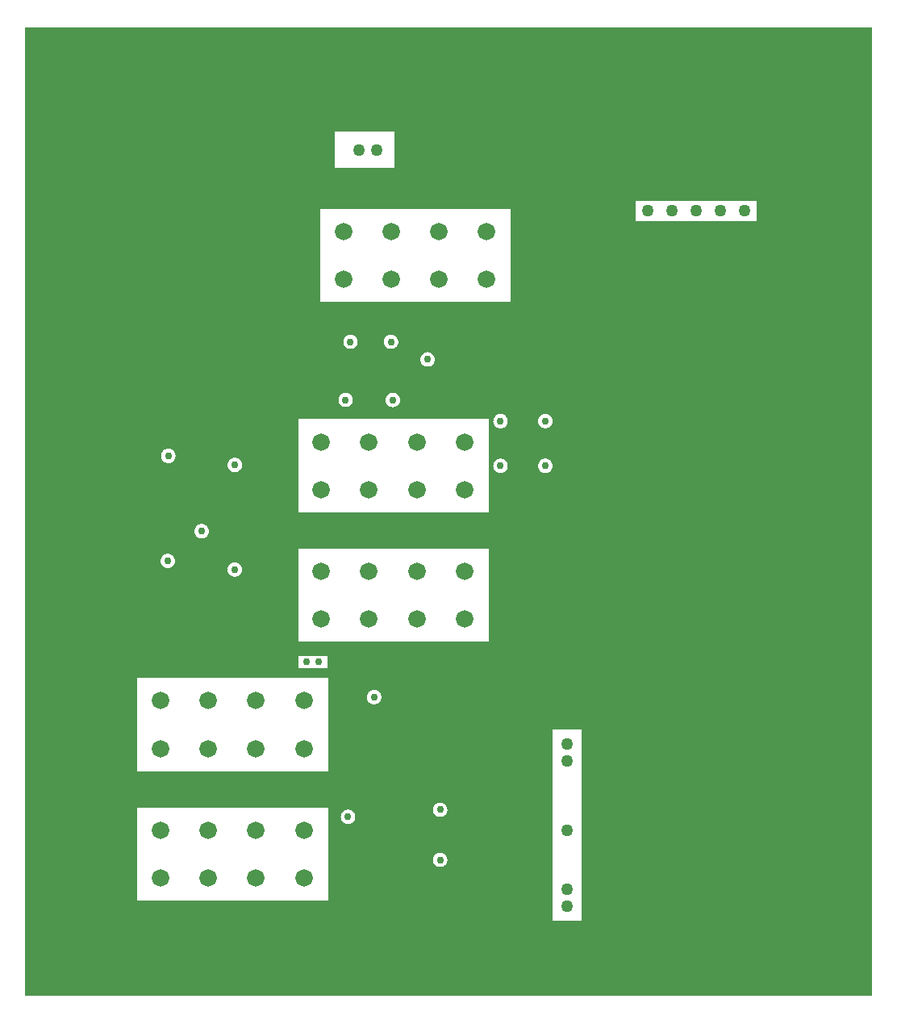
<source format=gbr>
G04 ===== Begin FILE IDENTIFICATION =====*
G04 File Format:  Gerber RS274X*
G04 ===== End FILE IDENTIFICATION =====*
%FSLAX26Y26*%
%MOIN*%
%SFA1.0000B1.0000*%
%OFA0.0B0.0*%
%ADD14C,0.030000*%
%ADD15C,0.050000*%
%ADD16C,0.072000*%
%LNpc4*%
%IPPOS*%
%LPD*%
G75*
D14*
X2140000Y3350000D03*
X867169Y1762000D03*
X1715470Y562500D03*
D15*
X2975000Y3245000D03*
D14*
X690218Y1724500D03*
X1137518Y2703014D03*
D15*
X2575000Y3245000D03*
D14*
X1442500Y1235000D03*
X1335000Y740000D03*
X1215000Y1380000D03*
D15*
X2240000Y970000D03*
D14*
X690218Y2156500D03*
X867169Y2194000D03*
D15*
X2240000Y1040000D03*
D14*
X1965000Y2190000D03*
X2150000D03*
X1965000Y2375000D03*
X2150000D03*
X1617451Y637500D03*
X1574500Y887451D03*
X1847500Y2627549D03*
X1325000Y2462500D03*
X1520000D03*
D16*
X1152000Y1022250D03*
X955000D03*
X758000D03*
X561000D03*
X1152000Y1219250D03*
X955000D03*
X758000D03*
X561000D03*
D14*
X50000Y1775000D03*
X2850000Y147375D03*
X225000Y1775000D03*
X2650000Y147375D03*
D16*
X1815662Y2092202D03*
X1618662D03*
X1421662D03*
X1224662D03*
X1815662Y2289202D03*
X1618662D03*
X1421662D03*
X1224662D03*
D14*
X2450000Y147375D03*
D16*
X1815662Y1558202D03*
X1618662D03*
X1421662D03*
X1224662D03*
X1815662Y1755202D03*
X1618662D03*
X1421662D03*
X1224662D03*
D14*
X2250000Y147375D03*
X450000D03*
D15*
X2875000Y3245000D03*
D14*
X650000Y147375D03*
D15*
X2775000Y3245000D03*
D14*
X850000Y147375D03*
X250000Y2375000D03*
X1050000Y147375D03*
X50000Y2375000D03*
X125000Y1150000D03*
X2050000Y147375D03*
X125000Y950000D03*
X1850000Y147375D03*
X125000Y750000D03*
X1650000Y147375D03*
X125000Y550000D03*
X1450000Y147375D03*
X125000Y350000D03*
X1250000Y147375D03*
X3050000D03*
X2628750Y814500D03*
X2828750Y802500D03*
X3028750D03*
X3228750D03*
X2775000Y1625000D03*
X2975000D03*
X3175000D03*
X3450000Y1475000D03*
X3300000D03*
X3405000Y2430000D03*
Y2230000D03*
Y2030000D03*
Y2920000D03*
Y3120000D03*
Y3320000D03*
Y3520000D03*
X3150000Y3880000D03*
X2950000D03*
X2750000D03*
X2550000D03*
X2350000D03*
X2150000D03*
X1950000D03*
X1750000D03*
X1550000D03*
X1350000D03*
X1150000D03*
X950000D03*
X750000D03*
X550000D03*
X350000D03*
X135000Y3660000D03*
Y3460000D03*
Y3260000D03*
Y3060000D03*
X250000Y2850000D03*
X450000D03*
X650000D03*
X1512254Y2702500D03*
X1345000D03*
X2535000Y2925000D03*
X2715000D03*
X2935000D03*
X3135000D03*
Y1947625D03*
D15*
X2675000Y3245000D03*
D14*
X2825000Y2525000D03*
X2975000D03*
X3175000D03*
X3300000Y875000D03*
X3450000D03*
X3405000Y3720000D03*
D16*
X1152000Y488250D03*
X955000D03*
X758000D03*
X561000D03*
X1152000Y685250D03*
X955000D03*
X758000D03*
X561000D03*
D14*
X1260000Y2580000D03*
D15*
X1380000Y3495000D03*
X1455000D03*
X2240000Y682592D03*
Y370000D03*
Y440000D03*
D14*
X559999Y1920241D03*
D16*
X1906254Y2961046D03*
X1709254D03*
X1512254D03*
X1315254D03*
X1906254Y3158046D03*
X1709254D03*
X1512254D03*
X1315254D03*
D14*
X730000Y1920000D03*
X1970000Y2525000D03*
X1165000Y1380000D03*
X2330000Y3350000D03*
X2170000Y2565000D03*
Y2485000D03*
X2330000Y1665000D03*
Y1585000D03*
X1715500Y769500D03*
X590000Y1797500D03*
X592169Y2231500D03*
X1663500Y2629500D03*
X1562500Y1242500D03*
X1457500Y1310000D03*
X1040000Y2387500D03*
X930000Y2455000D03*
G36*
G01X0Y0D02*
G01X3500000D01*
G01Y4000000D01*
G01X2525000D01*
G01Y3285000D01*
G01X3025000D01*
G01Y3200000D01*
G01X2525000D01*
G01Y3285000D01*
G01Y4000000D01*
G01X2150000D01*
G01Y2405000D01*
G01X2152615Y2404886D01*
G01X2155209Y2404544D01*
G01X2157765Y2403978D01*
G01X2160261Y2403191D01*
G01X2162679Y2402189D01*
G01X2165000Y2400981D01*
G01X2167207Y2399575D01*
G01X2169284Y2397981D01*
G01X2171213Y2396213D01*
G01X2172981Y2394284D01*
G01X2174575Y2392207D01*
G01X2175981Y2390000D01*
G01X2177189Y2387679D01*
G01X2178191Y2385261D01*
G01X2178978Y2382765D01*
G01X2179544Y2380209D01*
G01X2179886Y2377615D01*
G01X2180000Y2375000D01*
G01X2179886Y2372385D01*
G01X2179544Y2369791D01*
G01X2178978Y2367235D01*
G01X2178191Y2364739D01*
G01X2177189Y2362322D01*
G01X2175981Y2360000D01*
G01X2174575Y2357793D01*
G01X2172981Y2355716D01*
G01X2171213Y2353787D01*
G01X2169284Y2352019D01*
G01X2167207Y2350425D01*
G01X2165000Y2349019D01*
G01X2162679Y2347811D01*
G01X2160261Y2346809D01*
G01X2157765Y2346022D01*
G01X2155209Y2345456D01*
G01X2152615Y2345114D01*
G01X2150000Y2345000D01*
G01Y2220000D01*
G01X2152615Y2219886D01*
G01X2155209Y2219544D01*
G01X2157765Y2218978D01*
G01X2160261Y2218191D01*
G01X2162679Y2217189D01*
G01X2165000Y2215981D01*
G01X2167207Y2214575D01*
G01X2169284Y2212981D01*
G01X2171213Y2211213D01*
G01X2172981Y2209284D01*
G01X2174575Y2207207D01*
G01X2175981Y2205000D01*
G01X2177189Y2202679D01*
G01X2178191Y2200261D01*
G01X2178978Y2197765D01*
G01X2179544Y2195209D01*
G01X2179886Y2192615D01*
G01X2180000Y2190000D01*
G01Y1100000D01*
G01X2300000D01*
G01Y310000D01*
G01X2180000D01*
G01Y1100000D01*
G01Y2190000D01*
G01X2179886Y2187385D01*
G01X2179544Y2184791D01*
G01X2178978Y2182235D01*
G01X2178191Y2179739D01*
G01X2177189Y2177322D01*
G01X2175981Y2175000D01*
G01X2174575Y2172793D01*
G01X2172981Y2170716D01*
G01X2171213Y2168787D01*
G01X2169284Y2167019D01*
G01X2167207Y2165425D01*
G01X2165000Y2164019D01*
G01X2162679Y2162811D01*
G01X2160261Y2161809D01*
G01X2157765Y2161022D01*
G01X2155209Y2160456D01*
G01X2152615Y2160114D01*
G01X2150000Y2160000D01*
G01X2147385Y2160114D01*
G01X2144791Y2160456D01*
G01X2142235Y2161022D01*
G01X2139739Y2161809D01*
G01X2137322Y2162811D01*
G01X2135000Y2164019D01*
G01X2132793Y2165425D01*
G01X2130716Y2167019D01*
G01X2128787Y2168787D01*
G01X2127019Y2170716D01*
G01X2125425Y2172793D01*
G01X2124019Y2175000D01*
G01X2122811Y2177322D01*
G01X2121809Y2179739D01*
G01X2121022Y2182235D01*
G01X2120456Y2184791D01*
G01X2120114Y2187385D01*
G01X2120000Y2190000D01*
G01X2120114Y2192615D01*
G01X2120456Y2195209D01*
G01X2121022Y2197765D01*
G01X2121809Y2200261D01*
G01X2122811Y2202679D01*
G01X2124019Y2205000D01*
G01X2125425Y2207207D01*
G01X2127019Y2209284D01*
G01X2128787Y2211213D01*
G01X2130716Y2212981D01*
G01X2132793Y2214575D01*
G01X2135000Y2215981D01*
G01X2137322Y2217189D01*
G01X2139739Y2218191D01*
G01X2142235Y2218978D01*
G01X2144791Y2219544D01*
G01X2147385Y2219886D01*
G01X2150000Y2220000D01*
G01Y2345000D01*
G01X2147385Y2345114D01*
G01X2144791Y2345456D01*
G01X2142235Y2346022D01*
G01X2139739Y2346809D01*
G01X2137322Y2347811D01*
G01X2135000Y2349019D01*
G01X2132793Y2350425D01*
G01X2130716Y2352019D01*
G01X2128787Y2353787D01*
G01X2127019Y2355716D01*
G01X2125425Y2357793D01*
G01X2124019Y2360000D01*
G01X2122811Y2362322D01*
G01X2121809Y2364739D01*
G01X2121022Y2367235D01*
G01X2120456Y2369791D01*
G01X2120114Y2372385D01*
G01X2120000Y2375000D01*
G01X2120114Y2377615D01*
G01X2120456Y2380209D01*
G01X2121022Y2382765D01*
G01X2121809Y2385261D01*
G01X2122811Y2387679D01*
G01X2124019Y2390000D01*
G01X2125425Y2392207D01*
G01X2127019Y2394284D01*
G01X2128787Y2396213D01*
G01X2130716Y2397981D01*
G01X2132793Y2399575D01*
G01X2135000Y2400981D01*
G01X2137322Y2402189D01*
G01X2139739Y2403191D01*
G01X2142235Y2403978D01*
G01X2144791Y2404544D01*
G01X2147385Y2404886D01*
G01X2150000Y2405000D01*
G01Y4000000D01*
G01X1280000D01*
G01Y3570000D01*
G01X1527254D01*
G01Y3420000D01*
G01X1280000D01*
G01Y3570000D01*
G01Y4000000D01*
G01X1219254D01*
G01Y3251546D01*
G01X2006254D01*
G01Y2867546D01*
G01X1965000D01*
G01Y2405000D01*
G01X1967615Y2404886D01*
G01X1970209Y2404544D01*
G01X1972765Y2403978D01*
G01X1975261Y2403191D01*
G01X1977679Y2402189D01*
G01X1980000Y2400981D01*
G01X1982207Y2399575D01*
G01X1984284Y2397981D01*
G01X1986213Y2396213D01*
G01X1987981Y2394284D01*
G01X1989575Y2392207D01*
G01X1990981Y2390000D01*
G01X1992189Y2387679D01*
G01X1993191Y2385261D01*
G01X1993978Y2382765D01*
G01X1994544Y2380209D01*
G01X1994886Y2377615D01*
G01X1995000Y2375000D01*
G01X1994886Y2372385D01*
G01X1994544Y2369791D01*
G01X1993978Y2367235D01*
G01X1993191Y2364739D01*
G01X1992189Y2362322D01*
G01X1990981Y2360000D01*
G01X1989575Y2357793D01*
G01X1987981Y2355716D01*
G01X1986213Y2353787D01*
G01X1984284Y2352019D01*
G01X1982207Y2350425D01*
G01X1980000Y2349019D01*
G01X1977679Y2347811D01*
G01X1975261Y2346809D01*
G01X1972765Y2346022D01*
G01X1970209Y2345456D01*
G01X1967615Y2345114D01*
G01X1965000Y2345000D01*
G01Y2220000D01*
G01X1967615Y2219886D01*
G01X1970209Y2219544D01*
G01X1972765Y2218978D01*
G01X1975261Y2218191D01*
G01X1977679Y2217189D01*
G01X1980000Y2215981D01*
G01X1982207Y2214575D01*
G01X1984284Y2212981D01*
G01X1986213Y2211213D01*
G01X1987981Y2209284D01*
G01X1989575Y2207207D01*
G01X1990981Y2205000D01*
G01X1992189Y2202679D01*
G01X1993191Y2200261D01*
G01X1993978Y2197765D01*
G01X1994544Y2195209D01*
G01X1994886Y2192615D01*
G01X1995000Y2190000D01*
G01X1994886Y2187385D01*
G01X1994544Y2184791D01*
G01X1993978Y2182235D01*
G01X1993191Y2179739D01*
G01X1992189Y2177322D01*
G01X1990981Y2175000D01*
G01X1989575Y2172793D01*
G01X1987981Y2170716D01*
G01X1986213Y2168787D01*
G01X1984284Y2167019D01*
G01X1982207Y2165425D01*
G01X1980000Y2164019D01*
G01X1977679Y2162811D01*
G01X1975261Y2161809D01*
G01X1972765Y2161022D01*
G01X1970209Y2160456D01*
G01X1967615Y2160114D01*
G01X1965000Y2160000D01*
G01X1962385Y2160114D01*
G01X1959791Y2160456D01*
G01X1957235Y2161022D01*
G01X1954739Y2161809D01*
G01X1952322Y2162811D01*
G01X1950000Y2164019D01*
G01X1947793Y2165425D01*
G01X1945716Y2167019D01*
G01X1943787Y2168787D01*
G01X1942019Y2170716D01*
G01X1940425Y2172793D01*
G01X1939019Y2175000D01*
G01X1937811Y2177322D01*
G01X1936809Y2179739D01*
G01X1936022Y2182235D01*
G01X1935456Y2184791D01*
G01X1935114Y2187385D01*
G01X1935000Y2190000D01*
G01X1935114Y2192615D01*
G01X1935456Y2195209D01*
G01X1936022Y2197765D01*
G01X1936809Y2200261D01*
G01X1937811Y2202679D01*
G01X1939019Y2205000D01*
G01X1940425Y2207207D01*
G01X1942019Y2209284D01*
G01X1943787Y2211213D01*
G01X1945716Y2212981D01*
G01X1947793Y2214575D01*
G01X1950000Y2215981D01*
G01X1952322Y2217189D01*
G01X1954739Y2218191D01*
G01X1957235Y2218978D01*
G01X1959791Y2219544D01*
G01X1962385Y2219886D01*
G01X1965000Y2220000D01*
G01Y2345000D01*
G01X1962385Y2345114D01*
G01X1959791Y2345456D01*
G01X1957235Y2346022D01*
G01X1954739Y2346809D01*
G01X1952322Y2347811D01*
G01X1950000Y2349019D01*
G01X1947793Y2350425D01*
G01X1945716Y2352019D01*
G01X1943787Y2353787D01*
G01X1942019Y2355716D01*
G01X1940425Y2357793D01*
G01X1939019Y2360000D01*
G01X1937811Y2362322D01*
G01X1936809Y2364739D01*
G01X1936022Y2367235D01*
G01X1935456Y2369791D01*
G01X1935114Y2372385D01*
G01X1935000Y2375000D01*
G01X1935114Y2377615D01*
G01X1935456Y2380209D01*
G01X1936022Y2382765D01*
G01X1936809Y2385261D01*
G01X1937811Y2387679D01*
G01X1939019Y2390000D01*
G01X1940425Y2392207D01*
G01X1942019Y2394284D01*
G01X1943787Y2396213D01*
G01X1945716Y2397981D01*
G01X1947793Y2399575D01*
G01X1950000Y2400981D01*
G01X1952322Y2402189D01*
G01X1954739Y2403191D01*
G01X1957235Y2403978D01*
G01X1959791Y2404544D01*
G01X1962385Y2404886D01*
G01X1965000Y2405000D01*
G01Y2867546D01*
G01X1663500D01*
G01Y2659500D01*
G01X1666115Y2659386D01*
G01X1668709Y2659044D01*
G01X1671265Y2658478D01*
G01X1673761Y2657691D01*
G01X1676179Y2656689D01*
G01X1678500Y2655481D01*
G01X1680707Y2654075D01*
G01X1682784Y2652481D01*
G01X1684713Y2650713D01*
G01X1686481Y2648784D01*
G01X1688075Y2646707D01*
G01X1689481Y2644500D01*
G01X1690689Y2642179D01*
G01X1691691Y2639761D01*
G01X1692478Y2637265D01*
G01X1693044Y2634709D01*
G01X1693386Y2632115D01*
G01X1693500Y2629500D01*
G01X1693386Y2626885D01*
G01X1693044Y2624291D01*
G01X1692478Y2621735D01*
G01X1691691Y2619239D01*
G01X1690689Y2616822D01*
G01X1689481Y2614500D01*
G01X1688075Y2612293D01*
G01X1686481Y2610216D01*
G01X1684713Y2608287D01*
G01X1682784Y2606519D01*
G01X1680707Y2604925D01*
G01X1678500Y2603519D01*
G01X1676179Y2602311D01*
G01X1673761Y2601309D01*
G01X1671265Y2600522D01*
G01X1668709Y2599956D01*
G01X1666115Y2599614D01*
G01X1663500Y2599500D01*
G01X1660885Y2599614D01*
G01X1658291Y2599956D01*
G01X1655735Y2600522D01*
G01X1653239Y2601309D01*
G01X1650822Y2602311D01*
G01X1648500Y2603519D01*
G01X1646293Y2604925D01*
G01X1644216Y2606519D01*
G01X1642287Y2608287D01*
G01X1640519Y2610216D01*
G01X1638925Y2612293D01*
G01X1637519Y2614500D01*
G01X1636311Y2616822D01*
G01X1635309Y2619239D01*
G01X1634522Y2621735D01*
G01X1633956Y2624291D01*
G01X1633614Y2626885D01*
G01X1633500Y2629500D01*
G01X1633614Y2632115D01*
G01X1633956Y2634709D01*
G01X1634522Y2637265D01*
G01X1635309Y2639761D01*
G01X1636311Y2642179D01*
G01X1637519Y2644500D01*
G01X1638925Y2646707D01*
G01X1640519Y2648784D01*
G01X1642287Y2650713D01*
G01X1644216Y2652481D01*
G01X1646293Y2654075D01*
G01X1648500Y2655481D01*
G01X1650822Y2656689D01*
G01X1653239Y2657691D01*
G01X1655735Y2658478D01*
G01X1658291Y2659044D01*
G01X1660885Y2659386D01*
G01X1663500Y2659500D01*
G01Y2867546D01*
G01X1512254D01*
G01Y2732500D01*
G01X1514868Y2732386D01*
G01X1517463Y2732044D01*
G01X1520018Y2731478D01*
G01X1522514Y2730691D01*
G01X1524932Y2729689D01*
G01X1527254Y2728481D01*
G01X1529461Y2727075D01*
G01X1531537Y2725481D01*
G01X1533467Y2723713D01*
G01X1535235Y2721784D01*
G01X1536828Y2719707D01*
G01X1538234Y2717500D01*
G01X1539443Y2715179D01*
G01X1540444Y2712761D01*
G01X1541231Y2710265D01*
G01X1541798Y2707709D01*
G01X1542139Y2705115D01*
G01X1542254Y2702500D01*
G01X1542139Y2699885D01*
G01X1541798Y2697291D01*
G01X1541231Y2694735D01*
G01X1540444Y2692239D01*
G01X1539443Y2689822D01*
G01X1538234Y2687500D01*
G01X1536828Y2685293D01*
G01X1535235Y2683216D01*
G01X1533467Y2681287D01*
G01X1531537Y2679519D01*
G01X1529461Y2677925D01*
G01X1527254Y2676519D01*
G01X1524932Y2675311D01*
G01X1522514Y2674309D01*
G01X1520018Y2673522D01*
G01X1520000Y2673518D01*
G01Y2492500D01*
G01X1522615Y2492386D01*
G01X1525209Y2492044D01*
G01X1527765Y2491478D01*
G01X1530261Y2490691D01*
G01X1532679Y2489689D01*
G01X1535000Y2488481D01*
G01X1537207Y2487075D01*
G01X1539284Y2485481D01*
G01X1541213Y2483713D01*
G01X1542981Y2481784D01*
G01X1544575Y2479707D01*
G01X1545981Y2477500D01*
G01X1547189Y2475179D01*
G01X1548191Y2472761D01*
G01X1548978Y2470265D01*
G01X1549544Y2467709D01*
G01X1549886Y2465115D01*
G01X1550000Y2462500D01*
G01X1549886Y2459885D01*
G01X1549544Y2457291D01*
G01X1548978Y2454735D01*
G01X1548191Y2452239D01*
G01X1547189Y2449822D01*
G01X1545981Y2447500D01*
G01X1544575Y2445293D01*
G01X1542981Y2443216D01*
G01X1541213Y2441287D01*
G01X1539284Y2439519D01*
G01X1537207Y2437925D01*
G01X1535000Y2436519D01*
G01X1532679Y2435311D01*
G01X1530261Y2434309D01*
G01X1527765Y2433522D01*
G01X1525209Y2432956D01*
G01X1522615Y2432614D01*
G01X1520000Y2432500D01*
G01X1517385Y2432614D01*
G01X1514791Y2432956D01*
G01X1512235Y2433522D01*
G01X1509739Y2434309D01*
G01X1507322Y2435311D01*
G01X1505000Y2436519D01*
G01X1502793Y2437925D01*
G01X1500716Y2439519D01*
G01X1498787Y2441287D01*
G01X1497019Y2443216D01*
G01X1495425Y2445293D01*
G01X1494019Y2447500D01*
G01X1492811Y2449822D01*
G01X1491809Y2452239D01*
G01X1491022Y2454735D01*
G01X1490456Y2457291D01*
G01X1490114Y2459885D01*
G01X1490000Y2462500D01*
G01X1490114Y2465115D01*
G01X1490456Y2467709D01*
G01X1491022Y2470265D01*
G01X1491809Y2472761D01*
G01X1492811Y2475179D01*
G01X1494019Y2477500D01*
G01X1495425Y2479707D01*
G01X1497019Y2481784D01*
G01X1498787Y2483713D01*
G01X1500716Y2485481D01*
G01X1502793Y2487075D01*
G01X1505000Y2488481D01*
G01X1507322Y2489689D01*
G01X1509739Y2490691D01*
G01X1512235Y2491478D01*
G01X1514791Y2492044D01*
G01X1517385Y2492386D01*
G01X1520000Y2492500D01*
G01Y2673518D01*
G01X1517463Y2672956D01*
G01X1514868Y2672614D01*
G01X1512254Y2672500D01*
G01X1509639Y2672614D01*
G01X1507044Y2672956D01*
G01X1504489Y2673522D01*
G01X1501993Y2674309D01*
G01X1499575Y2675311D01*
G01X1497254Y2676519D01*
G01X1495046Y2677925D01*
G01X1492970Y2679519D01*
G01X1491040Y2681287D01*
G01X1489272Y2683216D01*
G01X1487679Y2685293D01*
G01X1486273Y2687500D01*
G01X1485064Y2689822D01*
G01X1484063Y2692239D01*
G01X1483276Y2694735D01*
G01X1482709Y2697291D01*
G01X1482368Y2699885D01*
G01X1482254Y2702500D01*
G01X1482368Y2705115D01*
G01X1482709Y2707709D01*
G01X1483276Y2710265D01*
G01X1484063Y2712761D01*
G01X1485064Y2715179D01*
G01X1486273Y2717500D01*
G01X1487679Y2719707D01*
G01X1489272Y2721784D01*
G01X1491040Y2723713D01*
G01X1492970Y2725481D01*
G01X1495046Y2727075D01*
G01X1497254Y2728481D01*
G01X1499575Y2729689D01*
G01X1501993Y2730691D01*
G01X1504489Y2731478D01*
G01X1507044Y2732044D01*
G01X1509639Y2732386D01*
G01X1512254Y2732500D01*
G01Y2867546D01*
G01X1345000D01*
G01Y2732500D01*
G01X1347615Y2732386D01*
G01X1350209Y2732044D01*
G01X1352765Y2731478D01*
G01X1355261Y2730691D01*
G01X1357679Y2729689D01*
G01X1360000Y2728481D01*
G01X1362207Y2727075D01*
G01X1364284Y2725481D01*
G01X1366213Y2723713D01*
G01X1367981Y2721784D01*
G01X1369575Y2719707D01*
G01X1370981Y2717500D01*
G01X1372189Y2715179D01*
G01X1373191Y2712761D01*
G01X1373978Y2710265D01*
G01X1374544Y2707709D01*
G01X1374886Y2705115D01*
G01X1375000Y2702500D01*
G01X1374886Y2699885D01*
G01X1374544Y2697291D01*
G01X1373978Y2694735D01*
G01X1373191Y2692239D01*
G01X1372189Y2689822D01*
G01X1370981Y2687500D01*
G01X1369575Y2685293D01*
G01X1367981Y2683216D01*
G01X1366213Y2681287D01*
G01X1364284Y2679519D01*
G01X1362207Y2677925D01*
G01X1360000Y2676519D01*
G01X1357679Y2675311D01*
G01X1355261Y2674309D01*
G01X1352765Y2673522D01*
G01X1350209Y2672956D01*
G01X1347615Y2672614D01*
G01X1345000Y2672500D01*
G01X1342385Y2672614D01*
G01X1339791Y2672956D01*
G01X1337235Y2673522D01*
G01X1334739Y2674309D01*
G01X1332322Y2675311D01*
G01X1330000Y2676519D01*
G01X1327793Y2677925D01*
G01X1325716Y2679519D01*
G01X1325000Y2680175D01*
G01Y2492500D01*
G01X1327615Y2492386D01*
G01X1330209Y2492044D01*
G01X1332765Y2491478D01*
G01X1335261Y2490691D01*
G01X1337679Y2489689D01*
G01X1340000Y2488481D01*
G01X1342207Y2487075D01*
G01X1344284Y2485481D01*
G01X1346213Y2483713D01*
G01X1347981Y2481784D01*
G01X1349575Y2479707D01*
G01X1350981Y2477500D01*
G01X1352189Y2475179D01*
G01X1353191Y2472761D01*
G01X1353978Y2470265D01*
G01X1354544Y2467709D01*
G01X1354886Y2465115D01*
G01X1355000Y2462500D01*
G01X1354886Y2459885D01*
G01X1354544Y2457291D01*
G01X1353978Y2454735D01*
G01X1353191Y2452239D01*
G01X1352189Y2449822D01*
G01X1350981Y2447500D01*
G01X1349575Y2445293D01*
G01X1347981Y2443216D01*
G01X1346213Y2441287D01*
G01X1344284Y2439519D01*
G01X1342207Y2437925D01*
G01X1340000Y2436519D01*
G01X1337679Y2435311D01*
G01X1335261Y2434309D01*
G01X1332765Y2433522D01*
G01X1330209Y2432956D01*
G01X1327615Y2432614D01*
G01X1325000Y2432500D01*
G01X1322385Y2432614D01*
G01X1319791Y2432956D01*
G01X1317235Y2433522D01*
G01X1314739Y2434309D01*
G01X1312322Y2435311D01*
G01X1310000Y2436519D01*
G01X1307793Y2437925D01*
G01X1305716Y2439519D01*
G01X1303787Y2441287D01*
G01X1302019Y2443216D01*
G01X1300425Y2445293D01*
G01X1299019Y2447500D01*
G01X1297811Y2449822D01*
G01X1296809Y2452239D01*
G01X1296022Y2454735D01*
G01X1295456Y2457291D01*
G01X1295114Y2459885D01*
G01X1295000Y2462500D01*
G01X1295114Y2465115D01*
G01X1295456Y2467709D01*
G01X1296022Y2470265D01*
G01X1296809Y2472761D01*
G01X1297811Y2475179D01*
G01X1299019Y2477500D01*
G01X1300425Y2479707D01*
G01X1302019Y2481784D01*
G01X1303787Y2483713D01*
G01X1305716Y2485481D01*
G01X1307793Y2487075D01*
G01X1310000Y2488481D01*
G01X1312322Y2489689D01*
G01X1314739Y2490691D01*
G01X1317235Y2491478D01*
G01X1319791Y2492044D01*
G01X1322385Y2492386D01*
G01X1325000Y2492500D01*
G01Y2680175D01*
G01X1323787Y2681287D01*
G01X1322019Y2683216D01*
G01X1320425Y2685293D01*
G01X1319019Y2687500D01*
G01X1317811Y2689822D01*
G01X1316809Y2692239D01*
G01X1316022Y2694735D01*
G01X1315456Y2697291D01*
G01X1315114Y2699885D01*
G01X1315000Y2702500D01*
G01X1315114Y2705115D01*
G01X1315456Y2707709D01*
G01X1316022Y2710265D01*
G01X1316809Y2712761D01*
G01X1317811Y2715179D01*
G01X1319019Y2717500D01*
G01X1320425Y2719707D01*
G01X1322019Y2721784D01*
G01X1323787Y2723713D01*
G01X1325716Y2725481D01*
G01X1327793Y2727075D01*
G01X1330000Y2728481D01*
G01X1332322Y2729689D01*
G01X1334739Y2730691D01*
G01X1337235Y2731478D01*
G01X1339791Y2732044D01*
G01X1342385Y2732386D01*
G01X1345000Y2732500D01*
G01Y2867546D01*
G01X1219254D01*
G01Y3251546D01*
G01Y4000000D01*
G01X1128662D01*
G01Y2382702D01*
G01X1915662D01*
G01Y1998702D01*
G01X1128662D01*
G01Y1848702D01*
G01X1915662D01*
G01Y1464702D01*
G01X1715500D01*
G01Y799500D01*
G01X1718115Y799386D01*
G01X1720709Y799044D01*
G01X1723265Y798478D01*
G01X1725761Y797691D01*
G01X1728179Y796689D01*
G01X1730500Y795481D01*
G01X1732707Y794075D01*
G01X1734784Y792481D01*
G01X1736713Y790713D01*
G01X1738481Y788784D01*
G01X1740075Y786707D01*
G01X1741481Y784500D01*
G01X1742689Y782179D01*
G01X1743691Y779761D01*
G01X1744478Y777265D01*
G01X1745044Y774709D01*
G01X1745386Y772115D01*
G01X1745500Y769500D01*
G01X1745386Y766885D01*
G01X1745044Y764291D01*
G01X1744478Y761735D01*
G01X1743691Y759239D01*
G01X1742689Y756822D01*
G01X1741481Y754500D01*
G01X1740075Y752293D01*
G01X1738481Y750216D01*
G01X1736713Y748287D01*
G01X1734784Y746519D01*
G01X1732707Y744925D01*
G01X1730500Y743519D01*
G01X1728179Y742311D01*
G01X1725761Y741309D01*
G01X1723265Y740522D01*
G01X1720709Y739956D01*
G01X1718115Y739614D01*
G01X1715500Y739500D01*
G01X1715470Y739501D01*
G01Y592500D01*
G01X1718085Y592386D01*
G01X1720680Y592044D01*
G01X1723235Y591478D01*
G01X1725731Y590691D01*
G01X1728149Y589689D01*
G01X1730470Y588481D01*
G01X1732678Y587075D01*
G01X1734754Y585481D01*
G01X1736684Y583713D01*
G01X1738452Y581784D01*
G01X1740045Y579707D01*
G01X1741451Y577500D01*
G01X1742660Y575179D01*
G01X1743661Y572761D01*
G01X1744448Y570265D01*
G01X1745015Y567709D01*
G01X1745356Y565115D01*
G01X1745470Y562500D01*
G01X1745356Y559885D01*
G01X1745015Y557291D01*
G01X1744448Y554735D01*
G01X1743661Y552239D01*
G01X1742660Y549822D01*
G01X1741451Y547500D01*
G01X1740045Y545293D01*
G01X1738452Y543216D01*
G01X1736684Y541287D01*
G01X1734754Y539519D01*
G01X1732678Y537925D01*
G01X1730470Y536519D01*
G01X1728149Y535311D01*
G01X1725731Y534309D01*
G01X1723235Y533522D01*
G01X1720680Y532956D01*
G01X1718085Y532614D01*
G01X1715470Y532500D01*
G01X1712856Y532614D01*
G01X1710261Y532956D01*
G01X1707706Y533522D01*
G01X1705210Y534309D01*
G01X1702792Y535311D01*
G01X1700470Y536519D01*
G01X1698263Y537925D01*
G01X1696187Y539519D01*
G01X1694257Y541287D01*
G01X1692489Y543216D01*
G01X1690896Y545293D01*
G01X1689490Y547500D01*
G01X1688281Y549822D01*
G01X1687280Y552239D01*
G01X1686493Y554735D01*
G01X1685926Y557291D01*
G01X1685585Y559885D01*
G01X1685470Y562500D01*
G01X1685585Y565115D01*
G01X1685926Y567709D01*
G01X1686493Y570265D01*
G01X1687280Y572761D01*
G01X1688281Y575179D01*
G01X1689490Y577500D01*
G01X1690896Y579707D01*
G01X1692489Y581784D01*
G01X1694257Y583713D01*
G01X1696187Y585481D01*
G01X1698263Y587075D01*
G01X1700470Y588481D01*
G01X1702792Y589689D01*
G01X1705210Y590691D01*
G01X1707706Y591478D01*
G01X1710261Y592044D01*
G01X1712856Y592386D01*
G01X1715470Y592500D01*
G01Y739501D01*
G01X1712885Y739614D01*
G01X1710291Y739956D01*
G01X1707735Y740522D01*
G01X1705239Y741309D01*
G01X1702822Y742311D01*
G01X1700500Y743519D01*
G01X1698293Y744925D01*
G01X1696216Y746519D01*
G01X1694287Y748287D01*
G01X1692519Y750216D01*
G01X1690925Y752293D01*
G01X1689519Y754500D01*
G01X1688311Y756822D01*
G01X1687309Y759239D01*
G01X1686522Y761735D01*
G01X1685956Y764291D01*
G01X1685614Y766885D01*
G01X1685500Y769500D01*
G01X1685614Y772115D01*
G01X1685956Y774709D01*
G01X1686522Y777265D01*
G01X1687309Y779761D01*
G01X1688311Y782179D01*
G01X1689519Y784500D01*
G01X1690925Y786707D01*
G01X1692519Y788784D01*
G01X1694287Y790713D01*
G01X1696216Y792481D01*
G01X1698293Y794075D01*
G01X1700500Y795481D01*
G01X1702822Y796689D01*
G01X1705239Y797691D01*
G01X1707735Y798478D01*
G01X1710291Y799044D01*
G01X1712885Y799386D01*
G01X1715500Y799500D01*
G01Y1464702D01*
G01X1442500D01*
G01Y1265000D01*
G01X1445115Y1264886D01*
G01X1447709Y1264544D01*
G01X1450265Y1263978D01*
G01X1452761Y1263191D01*
G01X1455179Y1262189D01*
G01X1457500Y1260981D01*
G01X1459707Y1259575D01*
G01X1461784Y1257981D01*
G01X1463713Y1256213D01*
G01X1465481Y1254284D01*
G01X1467075Y1252207D01*
G01X1468481Y1250000D01*
G01X1469689Y1247679D01*
G01X1470691Y1245261D01*
G01X1471478Y1242765D01*
G01X1472044Y1240209D01*
G01X1472386Y1237615D01*
G01X1472500Y1235000D01*
G01X1472386Y1232385D01*
G01X1472044Y1229791D01*
G01X1471478Y1227235D01*
G01X1470691Y1224739D01*
G01X1469689Y1222322D01*
G01X1468481Y1220000D01*
G01X1467075Y1217793D01*
G01X1465481Y1215716D01*
G01X1463713Y1213787D01*
G01X1461784Y1212019D01*
G01X1459707Y1210425D01*
G01X1457500Y1209019D01*
G01X1455179Y1207811D01*
G01X1452761Y1206809D01*
G01X1450265Y1206022D01*
G01X1447709Y1205456D01*
G01X1445115Y1205114D01*
G01X1442500Y1205000D01*
G01X1439885Y1205114D01*
G01X1437291Y1205456D01*
G01X1434735Y1206022D01*
G01X1432239Y1206809D01*
G01X1429822Y1207811D01*
G01X1427500Y1209019D01*
G01X1425293Y1210425D01*
G01X1423216Y1212019D01*
G01X1421287Y1213787D01*
G01X1419519Y1215716D01*
G01X1417925Y1217793D01*
G01X1416519Y1220000D01*
G01X1415311Y1222322D01*
G01X1414309Y1224739D01*
G01X1413522Y1227235D01*
G01X1412956Y1229791D01*
G01X1412614Y1232385D01*
G01X1412500Y1235000D01*
G01X1412614Y1237615D01*
G01X1412956Y1240209D01*
G01X1413522Y1242765D01*
G01X1414309Y1245261D01*
G01X1415311Y1247679D01*
G01X1416519Y1250000D01*
G01X1417925Y1252207D01*
G01X1419519Y1254284D01*
G01X1421287Y1256213D01*
G01X1423216Y1257981D01*
G01X1425293Y1259575D01*
G01X1427500Y1260981D01*
G01X1429822Y1262189D01*
G01X1432239Y1263191D01*
G01X1434735Y1263978D01*
G01X1437291Y1264544D01*
G01X1439885Y1264886D01*
G01X1442500Y1265000D01*
G01Y1464702D01*
G01X1335000D01*
G01Y770000D01*
G01X1337615Y769886D01*
G01X1340209Y769544D01*
G01X1342765Y768978D01*
G01X1345261Y768191D01*
G01X1347679Y767189D01*
G01X1350000Y765981D01*
G01X1352207Y764575D01*
G01X1354284Y762981D01*
G01X1356213Y761213D01*
G01X1357981Y759284D01*
G01X1359575Y757207D01*
G01X1360981Y755000D01*
G01X1362189Y752679D01*
G01X1363191Y750261D01*
G01X1363978Y747765D01*
G01X1364544Y745209D01*
G01X1364886Y742615D01*
G01X1365000Y740000D01*
G01X1364886Y737385D01*
G01X1364544Y734791D01*
G01X1363978Y732235D01*
G01X1363191Y729739D01*
G01X1362189Y727322D01*
G01X1360981Y725000D01*
G01X1359575Y722793D01*
G01X1357981Y720716D01*
G01X1356213Y718787D01*
G01X1354284Y717019D01*
G01X1352207Y715425D01*
G01X1350000Y714019D01*
G01X1347679Y712811D01*
G01X1345261Y711809D01*
G01X1342765Y711022D01*
G01X1340209Y710456D01*
G01X1337615Y710114D01*
G01X1335000Y710000D01*
G01X1332385Y710114D01*
G01X1329791Y710456D01*
G01X1327235Y711022D01*
G01X1324739Y711809D01*
G01X1322322Y712811D01*
G01X1320000Y714019D01*
G01X1317793Y715425D01*
G01X1315716Y717019D01*
G01X1313787Y718787D01*
G01X1312019Y720716D01*
G01X1310425Y722793D01*
G01X1309019Y725000D01*
G01X1307811Y727322D01*
G01X1306809Y729739D01*
G01X1306022Y732235D01*
G01X1305456Y734791D01*
G01X1305114Y737385D01*
G01X1305000Y740000D01*
G01X1305114Y742615D01*
G01X1305456Y745209D01*
G01X1306022Y747765D01*
G01X1306809Y750261D01*
G01X1307811Y752679D01*
G01X1309019Y755000D01*
G01X1310425Y757207D01*
G01X1312019Y759284D01*
G01X1313787Y761213D01*
G01X1315716Y762981D01*
G01X1317793Y764575D01*
G01X1320000Y765981D01*
G01X1322322Y767189D01*
G01X1324739Y768191D01*
G01X1327235Y768978D01*
G01X1329791Y769544D01*
G01X1332385Y769886D01*
G01X1335000Y770000D01*
G01Y1464702D01*
G01X1130000D01*
G01Y1405000D01*
G01X1250000D01*
G01Y1355000D01*
G01X1130000D01*
G01Y1405000D01*
G01Y1464702D01*
G01X1128662D01*
G01Y1848702D01*
G01Y1998702D01*
G01Y2382702D01*
G01Y4000000D01*
G01X867169D01*
G01Y2224000D01*
G01X869784Y2223886D01*
G01X872379Y2223544D01*
G01X874934Y2222978D01*
G01X877430Y2222191D01*
G01X879848Y2221189D01*
G01X882169Y2219981D01*
G01X884377Y2218575D01*
G01X886453Y2216981D01*
G01X888382Y2215213D01*
G01X890151Y2213284D01*
G01X891744Y2211207D01*
G01X893150Y2209000D01*
G01X894358Y2206679D01*
G01X895360Y2204261D01*
G01X896147Y2201765D01*
G01X896713Y2199209D01*
G01X897055Y2196615D01*
G01X897169Y2194000D01*
G01X897055Y2191385D01*
G01X896713Y2188791D01*
G01X896147Y2186235D01*
G01X895360Y2183739D01*
G01X894358Y2181322D01*
G01X893150Y2179000D01*
G01X891744Y2176793D01*
G01X890151Y2174716D01*
G01X888382Y2172787D01*
G01X886453Y2171019D01*
G01X884377Y2169425D01*
G01X882169Y2168019D01*
G01X879848Y2166811D01*
G01X877430Y2165809D01*
G01X874934Y2165022D01*
G01X872379Y2164456D01*
G01X869784Y2164114D01*
G01X867169Y2164000D01*
G01Y1792000D01*
G01X869784Y1791886D01*
G01X872379Y1791544D01*
G01X874934Y1790978D01*
G01X877430Y1790191D01*
G01X879848Y1789189D01*
G01X882169Y1787981D01*
G01X884377Y1786575D01*
G01X886453Y1784981D01*
G01X888382Y1783213D01*
G01X890151Y1781284D01*
G01X891744Y1779207D01*
G01X893150Y1777000D01*
G01X894358Y1774679D01*
G01X895360Y1772261D01*
G01X896147Y1769765D01*
G01X896713Y1767209D01*
G01X897055Y1764615D01*
G01X897169Y1762000D01*
G01X897055Y1759385D01*
G01X896713Y1756791D01*
G01X896147Y1754235D01*
G01X895360Y1751739D01*
G01X894358Y1749322D01*
G01X893150Y1747000D01*
G01X891744Y1744793D01*
G01X890151Y1742716D01*
G01X888382Y1740787D01*
G01X886453Y1739019D01*
G01X884377Y1737425D01*
G01X882169Y1736019D01*
G01X879848Y1734811D01*
G01X877430Y1733809D01*
G01X874934Y1733022D01*
G01X872379Y1732456D01*
G01X869784Y1732114D01*
G01X867169Y1732000D01*
G01X864555Y1732114D01*
G01X861960Y1732456D01*
G01X859405Y1733022D01*
G01X856909Y1733809D01*
G01X854491Y1734811D01*
G01X852169Y1736019D01*
G01X849962Y1737425D01*
G01X847886Y1739019D01*
G01X845956Y1740787D01*
G01X844188Y1742716D01*
G01X842595Y1744793D01*
G01X841188Y1747000D01*
G01X839980Y1749322D01*
G01X838978Y1751739D01*
G01X838191Y1754235D01*
G01X837625Y1756791D01*
G01X837283Y1759385D01*
G01X837169Y1762000D01*
G01X837283Y1764615D01*
G01X837625Y1767209D01*
G01X838191Y1769765D01*
G01X838978Y1772261D01*
G01X839980Y1774679D01*
G01X841188Y1777000D01*
G01X842595Y1779207D01*
G01X844188Y1781284D01*
G01X845956Y1783213D01*
G01X847886Y1784981D01*
G01X849962Y1786575D01*
G01X852169Y1787981D01*
G01X854491Y1789189D01*
G01X856909Y1790191D01*
G01X859405Y1790978D01*
G01X861960Y1791544D01*
G01X864555Y1791886D01*
G01X867169Y1792000D01*
G01Y2164000D01*
G01X864555Y2164114D01*
G01X861960Y2164456D01*
G01X859405Y2165022D01*
G01X856909Y2165809D01*
G01X854491Y2166811D01*
G01X852169Y2168019D01*
G01X849962Y2169425D01*
G01X847886Y2171019D01*
G01X845956Y2172787D01*
G01X844188Y2174716D01*
G01X842595Y2176793D01*
G01X841188Y2179000D01*
G01X839980Y2181322D01*
G01X838978Y2183739D01*
G01X838191Y2186235D01*
G01X837625Y2188791D01*
G01X837283Y2191385D01*
G01X837169Y2194000D01*
G01X837283Y2196615D01*
G01X837625Y2199209D01*
G01X838191Y2201765D01*
G01X838978Y2204261D01*
G01X839980Y2206679D01*
G01X841188Y2209000D01*
G01X842595Y2211207D01*
G01X844188Y2213284D01*
G01X845956Y2215213D01*
G01X847886Y2216981D01*
G01X849962Y2218575D01*
G01X852169Y2219981D01*
G01X854491Y2221189D01*
G01X856909Y2222191D01*
G01X859405Y2222978D01*
G01X861960Y2223544D01*
G01X864555Y2223886D01*
G01X867169Y2224000D01*
G01Y4000000D01*
G01X730000D01*
G01Y1950000D01*
G01X732615Y1949886D01*
G01X735209Y1949544D01*
G01X737765Y1948978D01*
G01X740261Y1948191D01*
G01X742679Y1947189D01*
G01X745000Y1945981D01*
G01X747207Y1944575D01*
G01X749284Y1942981D01*
G01X751213Y1941213D01*
G01X752981Y1939284D01*
G01X754575Y1937207D01*
G01X755981Y1935000D01*
G01X757189Y1932679D01*
G01X758191Y1930261D01*
G01X758978Y1927765D01*
G01X759544Y1925209D01*
G01X759886Y1922615D01*
G01X760000Y1920000D01*
G01X759886Y1917385D01*
G01X759544Y1914791D01*
G01X758978Y1912235D01*
G01X758191Y1909739D01*
G01X757189Y1907322D01*
G01X755981Y1905000D01*
G01X754575Y1902793D01*
G01X752981Y1900716D01*
G01X751213Y1898787D01*
G01X749284Y1897019D01*
G01X747207Y1895425D01*
G01X745000Y1894019D01*
G01X742679Y1892811D01*
G01X740261Y1891809D01*
G01X737765Y1891022D01*
G01X735209Y1890456D01*
G01X732615Y1890114D01*
G01X730000Y1890000D01*
G01X727385Y1890114D01*
G01X724791Y1890456D01*
G01X722235Y1891022D01*
G01X719739Y1891809D01*
G01X717322Y1892811D01*
G01X715000Y1894019D01*
G01X712793Y1895425D01*
G01X710716Y1897019D01*
G01X708787Y1898787D01*
G01X707019Y1900716D01*
G01X705425Y1902793D01*
G01X704019Y1905000D01*
G01X702811Y1907322D01*
G01X701809Y1909739D01*
G01X701022Y1912235D01*
G01X700456Y1914791D01*
G01X700114Y1917385D01*
G01X700000Y1920000D01*
G01X700114Y1922615D01*
G01X700456Y1925209D01*
G01X701022Y1927765D01*
G01X701809Y1930261D01*
G01X702811Y1932679D01*
G01X704019Y1935000D01*
G01X705425Y1937207D01*
G01X707019Y1939284D01*
G01X708787Y1941213D01*
G01X710716Y1942981D01*
G01X712793Y1944575D01*
G01X715000Y1945981D01*
G01X717322Y1947189D01*
G01X719739Y1948191D01*
G01X722235Y1948978D01*
G01X724791Y1949544D01*
G01X727385Y1949886D01*
G01X730000Y1950000D01*
G01Y4000000D01*
G01X592169D01*
G01Y2261500D01*
G01X594784Y2261386D01*
G01X597379Y2261044D01*
G01X599934Y2260478D01*
G01X602430Y2259691D01*
G01X604848Y2258689D01*
G01X607169Y2257481D01*
G01X609377Y2256075D01*
G01X611453Y2254481D01*
G01X613382Y2252713D01*
G01X615151Y2250784D01*
G01X616744Y2248707D01*
G01X618150Y2246500D01*
G01X619358Y2244179D01*
G01X620360Y2241761D01*
G01X621147Y2239265D01*
G01X621713Y2236709D01*
G01X622055Y2234115D01*
G01X622169Y2231500D01*
G01X622055Y2228885D01*
G01X621713Y2226291D01*
G01X621147Y2223735D01*
G01X620360Y2221239D01*
G01X619358Y2218822D01*
G01X618150Y2216500D01*
G01X616744Y2214293D01*
G01X615151Y2212216D01*
G01X613382Y2210287D01*
G01X611453Y2208519D01*
G01X609377Y2206925D01*
G01X607169Y2205519D01*
G01X604848Y2204311D01*
G01X602430Y2203309D01*
G01X599934Y2202522D01*
G01X597379Y2201956D01*
G01X594784Y2201614D01*
G01X592169Y2201500D01*
G01X590000Y2201595D01*
G01Y1827500D01*
G01X592615Y1827386D01*
G01X595209Y1827044D01*
G01X597765Y1826478D01*
G01X600261Y1825691D01*
G01X602679Y1824689D01*
G01X605000Y1823481D01*
G01X607207Y1822075D01*
G01X609284Y1820481D01*
G01X611213Y1818713D01*
G01X612981Y1816784D01*
G01X614575Y1814707D01*
G01X615981Y1812500D01*
G01X617189Y1810179D01*
G01X618191Y1807761D01*
G01X618978Y1805265D01*
G01X619544Y1802709D01*
G01X619886Y1800115D01*
G01X620000Y1797500D01*
G01X619886Y1794885D01*
G01X619544Y1792291D01*
G01X618978Y1789735D01*
G01X618191Y1787239D01*
G01X617189Y1784822D01*
G01X615981Y1782500D01*
G01X614575Y1780293D01*
G01X612981Y1778216D01*
G01X611213Y1776287D01*
G01X609284Y1774519D01*
G01X607207Y1772925D01*
G01X605000Y1771519D01*
G01X602679Y1770311D01*
G01X600261Y1769309D01*
G01X597765Y1768522D01*
G01X595209Y1767956D01*
G01X592615Y1767614D01*
G01X590000Y1767500D01*
G01X587385Y1767614D01*
G01X584791Y1767956D01*
G01X582235Y1768522D01*
G01X579739Y1769309D01*
G01X577322Y1770311D01*
G01X575000Y1771519D01*
G01X572793Y1772925D01*
G01X570716Y1774519D01*
G01X568787Y1776287D01*
G01X567019Y1778216D01*
G01X565425Y1780293D01*
G01X564019Y1782500D01*
G01X562811Y1784822D01*
G01X561809Y1787239D01*
G01X561022Y1789735D01*
G01X560456Y1792291D01*
G01X560114Y1794885D01*
G01X560000Y1797500D01*
G01X560114Y1800115D01*
G01X560456Y1802709D01*
G01X561022Y1805265D01*
G01X561809Y1807761D01*
G01X562811Y1810179D01*
G01X564019Y1812500D01*
G01X565425Y1814707D01*
G01X567019Y1816784D01*
G01X568787Y1818713D01*
G01X570716Y1820481D01*
G01X572793Y1822075D01*
G01X575000Y1823481D01*
G01X577322Y1824689D01*
G01X579739Y1825691D01*
G01X582235Y1826478D01*
G01X584791Y1827044D01*
G01X587385Y1827386D01*
G01X590000Y1827500D01*
G01Y2201595D01*
G01X589555Y2201614D01*
G01X586960Y2201956D01*
G01X584405Y2202522D01*
G01X581909Y2203309D01*
G01X579491Y2204311D01*
G01X577169Y2205519D01*
G01X574962Y2206925D01*
G01X572886Y2208519D01*
G01X570956Y2210287D01*
G01X569188Y2212216D01*
G01X567595Y2214293D01*
G01X566188Y2216500D01*
G01X564980Y2218822D01*
G01X563978Y2221239D01*
G01X563191Y2223735D01*
G01X562625Y2226291D01*
G01X562283Y2228885D01*
G01X562169Y2231500D01*
G01X562283Y2234115D01*
G01X562625Y2236709D01*
G01X563191Y2239265D01*
G01X563978Y2241761D01*
G01X564980Y2244179D01*
G01X566188Y2246500D01*
G01X567595Y2248707D01*
G01X569188Y2250784D01*
G01X570956Y2252713D01*
G01X572886Y2254481D01*
G01X574962Y2256075D01*
G01X577169Y2257481D01*
G01X579491Y2258689D01*
G01X581909Y2259691D01*
G01X584405Y2260478D01*
G01X586960Y2261044D01*
G01X589555Y2261386D01*
G01X592169Y2261500D01*
G01Y4000000D01*
G01X465000D01*
G01Y1312750D01*
G01X1252000D01*
G01Y928750D01*
G01X465000D01*
G01Y778750D01*
G01X1252000D01*
G01Y394750D01*
G01X465000D01*
G01Y778750D01*
G01Y928750D01*
G01Y1312750D01*
G01Y4000000D01*
G01X0D01*
G01Y0D01*
G37*
M02*


</source>
